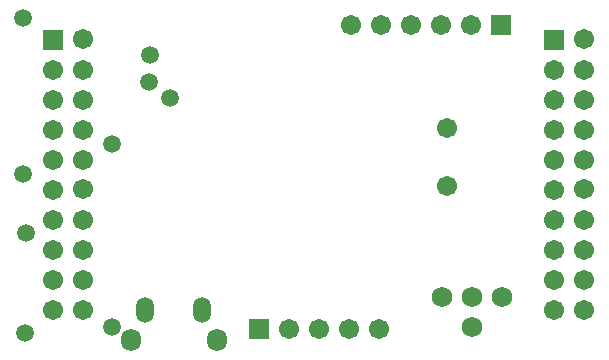
<source format=gbs>
G04*
G04 #@! TF.GenerationSoftware,Altium Limited,Altium Designer,19.0.15 (446)*
G04*
G04 Layer_Color=16711935*
%FSLAX24Y24*%
%MOIN*%
G70*
G01*
G75*
%ADD38R,0.0671X0.0671*%
%ADD41C,0.0592*%
%ADD42C,0.0671*%
%ADD43R,0.0671X0.0671*%
%ADD44C,0.0680*%
%ADD45O,0.0671X0.0749*%
%ADD46O,0.0592X0.0867*%
D38*
X16913Y11004D02*
D03*
X8857Y884D02*
D03*
D41*
X1050Y750D02*
D03*
X1075Y4073D02*
D03*
X989Y11250D02*
D03*
X5206Y10000D02*
D03*
X3939Y7050D02*
D03*
X989Y6035D02*
D03*
X3935Y932D02*
D03*
X5892Y8563D02*
D03*
X5189Y9100D02*
D03*
D42*
X11900Y11004D02*
D03*
X13913D02*
D03*
X14913D02*
D03*
X15913D02*
D03*
X12913D02*
D03*
X18681Y7517D02*
D03*
Y6517D02*
D03*
Y8517D02*
D03*
Y9517D02*
D03*
X19681Y6517D02*
D03*
X19677Y10530D02*
D03*
X19681Y9517D02*
D03*
Y8517D02*
D03*
Y7517D02*
D03*
X18681Y5517D02*
D03*
X19681Y2517D02*
D03*
Y3517D02*
D03*
Y4517D02*
D03*
X19677Y5530D02*
D03*
X19681Y1517D02*
D03*
X18681Y4517D02*
D03*
Y3517D02*
D03*
Y1517D02*
D03*
Y2517D02*
D03*
X1972Y7517D02*
D03*
Y6517D02*
D03*
Y8517D02*
D03*
Y9517D02*
D03*
X2972Y6517D02*
D03*
X2968Y10530D02*
D03*
X2972Y9517D02*
D03*
Y8517D02*
D03*
Y7517D02*
D03*
X1972Y5517D02*
D03*
X2972Y2517D02*
D03*
Y3517D02*
D03*
Y4517D02*
D03*
X2968Y5530D02*
D03*
X2972Y1517D02*
D03*
X1972Y4517D02*
D03*
Y3517D02*
D03*
Y1517D02*
D03*
Y2517D02*
D03*
X15114Y5632D02*
D03*
Y7554D02*
D03*
X11857Y884D02*
D03*
X10857D02*
D03*
X9857Y884D02*
D03*
X12857Y884D02*
D03*
D43*
X18681Y10517D02*
D03*
X1972D02*
D03*
D44*
X15950Y1950D02*
D03*
Y950D02*
D03*
X16950Y1950D02*
D03*
X14950D02*
D03*
D45*
X7427Y497D02*
D03*
X4573D02*
D03*
D46*
X6955Y1518D02*
D03*
X5045D02*
D03*
M02*

</source>
